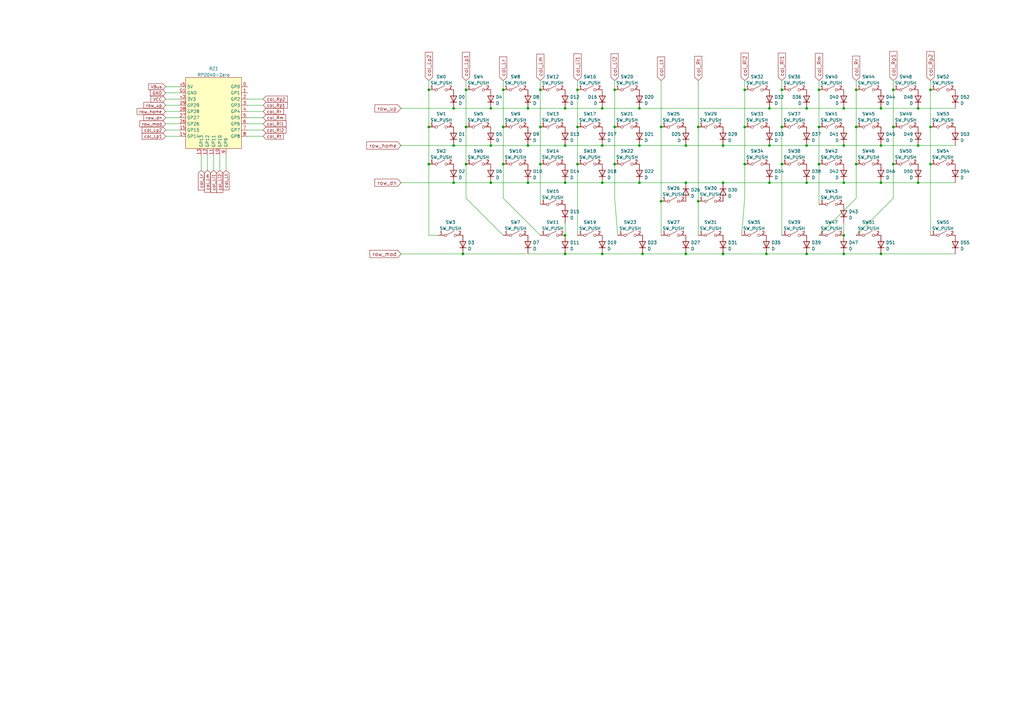
<source format=kicad_sch>
(kicad_sch (version 20211123) (generator eeschema)
  (paper "A3")
  (title_block (title "BumWings_002") (date "2022-11-16") (rev "v0.5") (company "tubby.twins a.k.a. mschnoor"))
  (lib_symbols
    (symbol "BumWings_SymLibrary:Key_Switch" (pin_names (offset 0) hide)
      (property "Reference" "K" (at 0 3.175 0))
      (symbol "Key_Switch_0_0"
        (circle (center -2.032 0) (radius 0.508))
        (polyline (pts (xy -1.524 0.254) (xy 1.524 1.778)))
        (circle (center 2.032 0) (radius 0.508))
      )
      (symbol "Key_Switch_1_1"
        (pin passive line (at -5.08 0 0) (length 2.54) (name "A") (number "1"))
        (pin passive line (at 5.08 0 180) (length 2.54) (name "B") (number "2"))
      )
    )
    (symbol "BumWings_SymLibrary:RP2040-Zero"
      (property "Reference" "RZ" (at 1.27 2.54 0))
      (property "Value" "RP2040-Zero" (at 2.54 12.7 0))
      (symbol "RP2040-Zero_0_1"
        (rectangle (start -10.16 13.97) (end 12.7 -15.24) (fill (type background)))
      )
      (symbol "RP2040-Zero_1_1"
        (pin bidirectional line (at 15.24 10.16 180) (length 2.54) (name "GP0") (number "0"))
        (pin bidirectional line (at 15.24 7.62 180) (length 2.54) (name "GP1") (number "1"))
        (pin bidirectional line (at 3.81 -17.78 90) (length 2.54) (name "GP10") (number "10"))
        (pin bidirectional line (at 1.27 -17.78 90) (length 2.54) (name "GP11") (number "11"))
        (pin bidirectional line (at -1.27 -17.78 90) (length 2.54) (name "GP12") (number "12"))
        (pin bidirectional line (at -3.81 -17.78 90) (length 2.54) (name "GP13") (number "13"))
        (pin bidirectional line (at -12.7 -10.16 0) (length 2.54) (name "GP14") (number "14"))
        (pin bidirectional line (at -12.7 -7.62 0) (length 2.54) (name "GP15") (number "15"))
        (pin bidirectional line (at 15.24 5.08 180) (length 2.54) (name "GP2") (number "2"))
        (pin bidirectional line (at -12.7 -5.08 0) (length 2.54) (name "GP26") (number "26"))
        (pin bidirectional line (at -12.7 -2.54 0) (length 2.54) (name "GP27") (number "27"))
        (pin bidirectional line (at -12.7 0 0) (length 2.54) (name "GP28") (number "28"))
        (pin bidirectional line (at -12.7 2.54 0) (length 2.54) (name "GP29") (number "29"))
        (pin bidirectional line (at 15.24 2.54 180) (length 2.54) (name "GP3") (number "3"))
        (pin bidirectional line (at 15.24 0 180) (length 2.54) (name "GP4") (number "4"))
        (pin bidirectional line (at 15.24 -2.54 180) (length 2.54) (name "GP5") (number "5"))
        (pin bidirectional line (at 15.24 -5.08 180) (length 2.54) (name "GP6") (number "6"))
        (pin bidirectional line (at 15.24 -7.62 180) (length 2.54) (name "GP7") (number "7"))
        (pin bidirectional line (at 15.24 -10.16 180) (length 2.54) (name "GP8") (number "8"))
        (pin bidirectional line (at 6.35 -17.78 90) (length 2.54) (name "GP9") (number "9"))
        (pin power_in line (at -12.7 7.62 0) (length 2.54) (name "GND") (number "G1"))
        (pin power_in line (at -12.7 5.08 0) (length 2.54) (name "3V3") (number "v3"))
        (pin power_in line (at -12.7 10.16 0) (length 2.54) (name "5V") (number "v5"))
      )
    )
    (symbol "Device:D" (pin_numbers hide) (pin_names (offset 1.016) hide)
      (property "Reference" "D" (at 0 2.54 0))
      (property "Value" "D" (at 0 -2.54 0))
      (symbol "D_0_1"
        (polyline (pts (xy -1.27 1.27) (xy -1.27 -1.27)) (stroke (width 0.254)))
        (polyline (pts (xy 1.27 0) (xy -1.27 0)))
        (polyline (pts (xy 1.27 1.27) (xy 1.27 -1.27) (xy -1.27 0) (xy 1.27 1.27)) (stroke (width 0.254)))
      )
      (symbol "D_1_1"
        (pin passive line (at -3.81 0 0) (length 2.54) (name "K") (number "1"))
        (pin passive line (at 3.81 0 180) (length 2.54) (name "A") (number "2"))
      )
    )
  )
  (junction (at 206.375 52.07))
  (junction (at 351.155 36.83))
  (junction (at 361.315 59.69))
  (junction (at 346.075 74.93))
  (junction (at 216.535 44.45))
  (junction (at 346.075 59.69))
  (junction (at 247.015 59.69))
  (junction (at 376.555 59.69))
  (junction (at 381.635 36.83))
  (junction (at 206.375 67.31))
  (junction (at 186.055 74.93))
  (junction (at 366.395 67.31))
  (junction (at 330.835 104.14))
  (junction (at 351.155 52.07))
  (junction (at 191.135 36.83))
  (junction (at 231.775 59.69))
  (junction (at 262.255 59.69))
  (junction (at 330.835 74.93))
  (junction (at 236.855 52.07))
  (junction (at 252.095 67.31))
  (junction (at 305.435 52.07))
  (junction (at 305.435 36.83))
  (junction (at 366.395 52.07))
  (junction (at 175.895 67.31))
  (junction (at 247.015 44.45))
  (junction (at 216.535 74.93))
  (junction (at 351.155 67.31))
  (junction (at 346.075 104.14))
  (junction (at 236.855 36.83))
  (junction (at 376.555 44.45))
  (junction (at 186.055 44.45))
  (junction (at 335.915 67.31))
  (junction (at 320.675 52.07))
  (junction (at 381.635 67.31))
  (junction (at 314.325 104.14))
  (junction (at 335.915 52.07))
  (junction (at 231.775 44.45))
  (junction (at 189.865 104.14))
  (junction (at 216.535 59.69))
  (junction (at 263.525 104.14))
  (junction (at 247.015 74.93))
  (junction (at 231.775 74.93))
  (junction (at 361.315 104.14))
  (junction (at 236.855 67.31))
  (junction (at 305.435 67.31))
  (junction (at 231.775 96.52))
  (junction (at 381.635 52.07))
  (junction (at 201.295 74.93))
  (junction (at 296.545 74.93))
  (junction (at 315.595 44.45))
  (junction (at 206.375 36.83))
  (junction (at 296.545 59.69))
  (junction (at 315.595 59.69))
  (junction (at 361.315 74.93))
  (junction (at 252.095 36.83))
  (junction (at 271.145 82.55))
  (junction (at 271.145 52.07))
  (junction (at 330.835 59.69))
  (junction (at 175.895 36.83))
  (junction (at 286.385 52.07))
  (junction (at 221.615 52.07))
  (junction (at 286.385 82.55))
  (junction (at 346.075 44.45))
  (junction (at 320.675 67.31))
  (junction (at 262.255 44.45))
  (junction (at 201.295 59.69))
  (junction (at 221.615 36.83))
  (junction (at 186.055 59.69))
  (junction (at 346.075 96.52))
  (junction (at 281.305 74.93))
  (junction (at 247.015 104.14))
  (junction (at 281.305 59.69))
  (junction (at 262.255 74.93))
  (junction (at 252.095 52.07))
  (junction (at 231.775 104.14))
  (junction (at 335.915 36.83))
  (junction (at 361.315 44.45))
  (junction (at 315.595 74.93))
  (junction (at 191.135 52.07))
  (junction (at 281.305 104.14))
  (junction (at 376.555 74.93))
  (junction (at 366.395 36.83))
  (junction (at 296.545 104.14))
  (junction (at 221.615 67.31))
  (junction (at 330.835 44.45))
  (junction (at 175.895 52.07))
  (junction (at 201.295 44.45))
  (junction (at 320.675 36.83))
  (junction (at 191.135 67.31))
  (wire (pts (xy 320.675 67.31) (xy 320.675 96.52)))
  (wire (pts (xy 271.145 96.52) (xy 271.145 82.55)))
  (wire (pts (xy 191.135 67.31) (xy 191.135 81.28)))
  (wire (pts (xy 262.255 74.93) (xy 281.305 74.93)))
  (wire (pts (xy 320.675 33.02) (xy 320.675 36.83)))
  (wire (pts (xy 67.945 45.72) (xy 73.66 45.72)))
  (wire (pts (xy 262.255 59.69) (xy 281.305 59.69)))
  (wire (pts (xy 216.535 104.14) (xy 231.775 104.14)))
  (wire (pts (xy 361.315 74.93) (xy 376.555 74.93)))
  (wire (pts (xy 320.675 52.07) (xy 320.675 67.31)))
  (wire (pts (xy 252.095 67.31) (xy 252.095 81.28)))
  (wire (pts (xy 271.145 52.07) (xy 271.145 82.55)))
  (wire (pts (xy 305.435 36.83) (xy 305.435 52.07)))
  (wire (pts (xy 206.375 67.31) (xy 206.375 81.28)))
  (wire (pts (xy 361.315 59.69) (xy 376.555 59.69)))
  (wire (pts (xy 175.895 36.83) (xy 175.895 52.07)))
  (wire (pts (xy 221.615 36.83) (xy 221.615 52.07)))
  (wire (pts (xy 175.895 52.07) (xy 175.895 67.31)))
  (wire (pts (xy 335.915 96.52) (xy 351.155 81.28)))
  (wire (pts (xy 315.595 74.93) (xy 330.835 74.93)))
  (wire (pts (xy 216.535 59.69) (xy 231.775 59.69)))
  (wire (pts (xy 305.435 67.31) (xy 305.435 81.28)))
  (wire (pts (xy 361.315 44.45) (xy 376.555 44.45)))
  (wire (pts (xy 315.595 44.45) (xy 330.835 44.45)))
  (wire (pts (xy 376.555 44.45) (xy 391.795 44.45)))
  (wire (pts (xy 252.095 36.83) (xy 252.095 52.07)))
  (wire (pts (xy 216.535 74.93) (xy 231.775 74.93)))
  (wire (pts (xy 286.385 33.02) (xy 286.385 52.07)))
  (wire (pts (xy 164.465 59.69) (xy 186.055 59.69)))
  (wire (pts (xy 221.615 67.31) (xy 221.615 83.82)))
  (wire (pts (xy 231.775 104.14) (xy 247.015 104.14)))
  (wire (pts (xy 175.895 33.02) (xy 175.895 36.83)))
  (wire (pts (xy 85.09 69.85) (xy 85.09 63.5)))
  (wire (pts (xy 107.95 50.8) (xy 101.6 50.8)))
  (wire (pts (xy 351.155 67.31) (xy 351.155 81.28)))
  (wire (pts (xy 186.055 74.93) (xy 201.295 74.93)))
  (wire (pts (xy 67.945 55.88) (xy 73.66 55.88)))
  (wire (pts (xy 67.945 50.8) (xy 73.66 50.8)))
  (wire (pts (xy 263.525 104.14) (xy 281.305 104.14)))
  (wire (pts (xy 381.635 33.02) (xy 381.635 36.83)))
  (wire (pts (xy 186.055 44.45) (xy 201.295 44.45)))
  (wire (pts (xy 346.075 59.69) (xy 361.315 59.69)))
  (wire (pts (xy 252.095 33.02) (xy 252.095 36.83)))
  (wire (pts (xy 346.075 91.44) (xy 346.075 96.52)))
  (wire (pts (xy 381.635 52.07) (xy 381.635 67.31)))
  (wire (pts (xy 67.945 43.18) (xy 73.66 43.18)))
  (wire (pts (xy 231.775 44.45) (xy 247.015 44.45)))
  (wire (pts (xy 296.545 104.14) (xy 314.325 104.14)))
  (wire (pts (xy 296.545 74.93) (xy 315.595 74.93)))
  (wire (pts (xy 314.325 104.14) (xy 330.835 104.14)))
  (wire (pts (xy 107.95 43.18) (xy 101.6 43.18)))
  (wire (pts (xy 286.385 96.52) (xy 286.385 82.55)))
  (wire (pts (xy 107.95 40.64) (xy 101.6 40.64)))
  (wire (pts (xy 236.855 67.31) (xy 236.855 96.52)))
  (wire (pts (xy 90.17 69.85) (xy 90.17 63.5)))
  (wire (pts (xy 281.305 74.93) (xy 296.545 74.93)))
  (wire (pts (xy 247.015 104.14) (xy 263.525 104.14)))
  (wire (pts (xy 191.135 36.83) (xy 191.135 52.07)))
  (wire (pts (xy 216.535 44.45) (xy 231.775 44.45)))
  (wire (pts (xy 315.595 59.69) (xy 330.835 59.69)))
  (wire (pts (xy 67.945 35.56) (xy 73.66 35.56)))
  (wire (pts (xy 346.075 44.45) (xy 361.315 44.45)))
  (wire (pts (xy 335.915 36.83) (xy 335.915 52.07)))
  (wire (pts (xy 221.615 52.07) (xy 221.615 67.31)))
  (wire (pts (xy 236.855 33.02) (xy 236.855 36.83)))
  (wire (pts (xy 164.465 44.45) (xy 186.055 44.45)))
  (wire (pts (xy 247.015 44.45) (xy 262.255 44.45)))
  (wire (pts (xy 366.395 52.07) (xy 366.395 67.31)))
  (wire (pts (xy 67.945 53.34) (xy 73.66 53.34)))
  (wire (pts (xy 231.775 91.44) (xy 231.775 96.52)))
  (wire (pts (xy 286.385 52.07) (xy 286.385 82.55)))
  (wire (pts (xy 346.075 74.93) (xy 361.315 74.93)))
  (wire (pts (xy 351.155 96.52) (xy 366.395 81.28)))
  (wire (pts (xy 87.63 69.85) (xy 87.63 63.5)))
  (wire (pts (xy 281.305 59.69) (xy 296.545 59.69)))
  (wire (pts (xy 236.855 36.83) (xy 236.855 52.07)))
  (wire (pts (xy 247.015 59.69) (xy 262.255 59.69)))
  (wire (pts (xy 351.155 33.02) (xy 351.155 36.83)))
  (wire (pts (xy 92.71 69.85) (xy 92.71 63.5)))
  (wire (pts (xy 346.075 104.14) (xy 361.315 104.14)))
  (wire (pts (xy 305.435 81.28) (xy 304.165 96.52)))
  (wire (pts (xy 67.945 38.1) (xy 73.66 38.1)))
  (wire (pts (xy 376.555 59.69) (xy 391.795 59.69)))
  (wire (pts (xy 201.295 59.69) (xy 216.535 59.69)))
  (wire (pts (xy 231.775 74.93) (xy 247.015 74.93)))
  (wire (pts (xy 82.55 69.85) (xy 82.55 63.5)))
  (wire (pts (xy 201.295 44.45) (xy 216.535 44.45)))
  (wire (pts (xy 107.95 48.26) (xy 101.6 48.26)))
  (wire (pts (xy 221.615 33.02) (xy 221.615 36.83)))
  (wire (pts (xy 281.305 104.14) (xy 296.545 104.14)))
  (wire (pts (xy 252.095 52.07) (xy 252.095 67.31)))
  (wire (pts (xy 366.395 33.02) (xy 366.395 36.83)))
  (wire (pts (xy 271.145 33.02) (xy 271.145 52.07)))
  (wire (pts (xy 164.465 74.93) (xy 186.055 74.93)))
  (wire (pts (xy 206.375 33.02) (xy 206.375 36.83)))
  (wire (pts (xy 330.835 44.45) (xy 346.075 44.45)))
  (wire (pts (xy 206.375 81.28) (xy 221.615 96.52)))
  (wire (pts (xy 351.155 52.07) (xy 351.155 67.31)))
  (wire (pts (xy 335.915 52.07) (xy 335.915 67.31)))
  (wire (pts (xy 191.135 33.02) (xy 191.135 36.83)))
  (wire (pts (xy 381.635 67.31) (xy 381.635 96.52)))
  (wire (pts (xy 186.055 59.69) (xy 201.295 59.69)))
  (wire (pts (xy 107.95 55.88) (xy 101.6 55.88)))
  (wire (pts (xy 107.95 45.72) (xy 101.6 45.72)))
  (wire (pts (xy 236.855 52.07) (xy 236.855 67.31)))
  (wire (pts (xy 330.835 59.69) (xy 346.075 59.69)))
  (wire (pts (xy 175.895 96.52) (xy 179.705 96.52)))
  (wire (pts (xy 201.295 74.93) (xy 216.535 74.93)))
  (wire (pts (xy 366.395 67.31) (xy 366.395 81.28)))
  (wire (pts (xy 67.945 48.26) (xy 73.66 48.26)))
  (wire (pts (xy 262.255 44.45) (xy 315.595 44.45)))
  (wire (pts (xy 330.835 104.14) (xy 346.075 104.14)))
  (wire (pts (xy 376.555 74.93) (xy 391.795 74.93)))
  (wire (pts (xy 381.635 36.83) (xy 381.635 52.07)))
  (wire (pts (xy 206.375 52.07) (xy 206.375 67.31)))
  (wire (pts (xy 252.095 81.28) (xy 253.365 96.52)))
  (wire (pts (xy 231.775 59.69) (xy 247.015 59.69)))
  (wire (pts (xy 191.135 52.07) (xy 191.135 67.31)))
  (wire (pts (xy 330.835 74.93) (xy 346.075 74.93)))
  (wire (pts (xy 107.95 53.34) (xy 101.6 53.34)))
  (wire (pts (xy 164.465 104.14) (xy 189.865 104.14)))
  (wire (pts (xy 351.155 36.83) (xy 351.155 52.07)))
  (wire (pts (xy 366.395 36.83) (xy 366.395 52.07)))
  (wire (pts (xy 247.015 74.93) (xy 262.255 74.93)))
  (wire (pts (xy 335.915 67.31) (xy 335.915 83.82)))
  (wire (pts (xy 305.435 33.02) (xy 305.435 36.83)))
  (wire (pts (xy 305.435 52.07) (xy 305.435 67.31)))
  (wire (pts (xy 189.865 104.14) (xy 215.9 104.14)))
  (wire (pts (xy 335.915 33.02) (xy 335.915 36.83)))
  (wire (pts (xy 296.545 59.69) (xy 315.595 59.69)))
  (wire (pts (xy 320.675 36.83) (xy 320.675 52.07)))
  (wire (pts (xy 206.375 36.83) (xy 206.375 52.07)))
  (wire (pts (xy 175.895 67.31) (xy 175.895 96.52)))
  (wire (pts (xy 191.135 81.28) (xy 206.375 96.52)))
  (wire (pts (xy 67.945 40.64) (xy 73.66 40.64)))
  (wire (pts (xy 361.315 104.14) (xy 391.795 104.14)))
  (global_label "col_Li1" (shape input) (at 236.855 33.02 90) (effects (font (size 1.524 1.524))) (property "Intersheet References" "${INTERSHEET_REFS}" (effects hide)))
  (global_label "col_Lm" (shape input) (at 221.615 33.02 90) (effects (font (size 1.524 1.524))) (property "Intersheet References" "${INTERSHEET_REFS}" (effects hide)))
  (global_label "col_Rt" (shape input) (at 107.95 55.88 0) (property "Intersheet References" "${INTERSHEET_REFS}" (effects hide)))
  (global_label "row_dn" (shape input) (at 164.465 74.93 180) (effects (font (size 1.524 1.524))) (property "Intersheet References" "${INTERSHEET_REFS}" (effects hide)))
  (global_label "col_Rr" (shape input) (at 351.155 33.02 90) (effects (font (size 1.524 1.524))) (property "Intersheet References" "${INTERSHEET_REFS}" (effects hide)))
  (global_label "row_dn" (shape input) (at 67.945 48.26 180) (property "Intersheet References" "${INTERSHEET_REFS}" (effects hide)))
  (global_label "col_Rp1" (shape input) (at 107.95 43.18 0) (property "Intersheet References" "${INTERSHEET_REFS}" (effects hide)))
  (global_label "col_Li1" (shape input) (at 87.63 69.85 270) (property "Intersheet References" "${INTERSHEET_REFS}" (effects hide)))
  (global_label "row_mod" (shape input) (at 67.945 50.8 180) (property "Intersheet References" "${INTERSHEET_REFS}" (effects hide)))
  (global_label "col_Lp1" (shape input) (at 191.135 33.02 90) (effects (font (size 1.524 1.524))) (property "Intersheet References" "${INTERSHEET_REFS}" (effects hide)))
  (global_label "VBus" (shape input) (at 67.945 35.56 180) (property "Intersheet References" "${INTERSHEET_REFS}" (effects hide)))
  (global_label "col_Rp2" (shape input) (at 107.95 40.64 0) (property "Intersheet References" "${INTERSHEET_REFS}" (effects hide)))
  (global_label "col_Lp2" (shape input) (at 175.895 33.02 90) (effects (font (size 1.524 1.524))) (property "Intersheet References" "${INTERSHEET_REFS}" (effects hide)))
  (global_label "row_up" (shape input) (at 67.945 43.18 180) (property "Intersheet References" "${INTERSHEET_REFS}" (effects hide)))
  (global_label "col_Lt" (shape input) (at 271.145 33.02 90) (effects (font (size 1.524 1.524))) (property "Intersheet References" "${INTERSHEET_REFS}" (effects hide)))
  (global_label "col_Rp2" (shape input) (at 381.635 33.02 90) (effects (font (size 1.524 1.524))) (property "Intersheet References" "${INTERSHEET_REFS}" (effects hide)))
  (global_label "col_Lp1" (shape input) (at 67.945 55.88 180) (property "Intersheet References" "${INTERSHEET_REFS}" (effects hide)))
  (global_label "VCC" (shape input) (at 67.945 40.64 180) (property "Intersheet References" "${INTERSHEET_REFS}" (effects hide)))
  (global_label "col_Lr" (shape input) (at 206.375 33.02 90) (effects (font (size 1.524 1.524))) (property "Intersheet References" "${INTERSHEET_REFS}" (effects hide)))
  (global_label "col_Lm" (shape input) (at 85.09 69.85 270) (property "Intersheet References" "${INTERSHEET_REFS}" (effects hide)))
  (global_label "col_Ri2" (shape input) (at 305.435 33.02 90) (effects (font (size 1.524 1.524))) (property "Intersheet References" "${INTERSHEET_REFS}" (effects hide)))
  (global_label "col_Lp2" (shape input) (at 67.945 53.34 180) (property "Intersheet References" "${INTERSHEET_REFS}" (effects hide)))
  (global_label "col_Ri2" (shape input) (at 107.95 53.34 0) (property "Intersheet References" "${INTERSHEET_REFS}" (effects hide)))
  (global_label "row_home" (shape input) (at 164.465 59.69 180) (effects (font (size 1.524 1.524))) (property "Intersheet References" "${INTERSHEET_REFS}" (effects hide)))
  (global_label "col_Ri1" (shape input) (at 107.95 50.8 0) (property "Intersheet References" "${INTERSHEET_REFS}" (effects hide)))
  (global_label "row_home" (shape input) (at 67.945 45.72 180) (property "Intersheet References" "${INTERSHEET_REFS}" (effects hide)))
  (global_label "col_Rp1" (shape input) (at 366.395 33.02 90) (effects (font (size 1.524 1.524))) (property "Intersheet References" "${INTERSHEET_REFS}" (effects hide)))
  (global_label "row_mod" (shape input) (at 164.465 104.14 180) (effects (font (size 1.524 1.524))) (property "Intersheet References" "${INTERSHEET_REFS}" (effects hide)))
  (global_label "col_Rr" (shape input) (at 107.95 45.72 0) (property "Intersheet References" "${INTERSHEET_REFS}" (effects hide)))
  (global_label "col_Ri1" (shape input) (at 320.675 33.02 90) (effects (font (size 1.524 1.524))) (property "Intersheet References" "${INTERSHEET_REFS}" (effects hide)))
  (global_label "row_up" (shape input) (at 164.465 44.45 180) (effects (font (size 1.524 1.524))) (property "Intersheet References" "${INTERSHEET_REFS}" (effects hide)))
  (global_label "col_Rm" (shape input) (at 107.95 48.26 0) (property "Intersheet References" "${INTERSHEET_REFS}" (effects hide)))
  (global_label "col_Lr" (shape input) (at 82.55 69.85 270) (property "Intersheet References" "${INTERSHEET_REFS}" (effects hide)))
  (global_label "col_Li2" (shape input) (at 252.095 33.02 90) (effects (font (size 1.524 1.524))) (property "Intersheet References" "${INTERSHEET_REFS}" (effects hide)))
  (global_label "GND" (shape input) (at 67.945 38.1 180) (property "Intersheet References" "${INTERSHEET_REFS}" (effects hide)))
  (global_label "col_Li2" (shape input) (at 90.17 69.85 270) (property "Intersheet References" "${INTERSHEET_REFS}" (effects hide)))
  (global_label "col_Rt" (shape input) (at 286.385 33.02 90) (effects (font (size 1.524 1.524))) (property "Intersheet References" "${INTERSHEET_REFS}" (effects hide)))
  (global_label "col_Lt" (shape input) (at 92.71 69.85 270) (property "Intersheet References" "${INTERSHEET_REFS}" (effects hide)))
  (global_label "col_Rm" (shape input) (at 335.915 33.02 90) (effects (font (size 1.524 1.524))) (property "Intersheet References" "${INTERSHEET_REFS}" (effects hide)))
  (symbol (lib_id "Device:D") (at 186.055 40.64 90) (unit 1)
    (property "Reference" "D0" (at 188.087 39.8053 90) (effects (justify right)))
    (property "Value" "D" (at 188.087 42.3422 90) (effects (justify right)))
    (property "Footprint" "BumWings_Library:Diode_D_SOD-123" (effects hide))
  )
  (symbol (lib_id "BumWings_SymLibrary:Key_Switch") (at 184.785 96.52 0) (unit 1)
    (property "Reference" "SW3" (at 184.785 91.1692 0))
    (property "Value" "SW_PUSH" (at 184.785 93.7061 0))
    (property "Footprint" "BumWings_Library:Kailh_PG1350_1.5u_hotswap" (effects hide))
  )
  (symbol (lib_id "Device:D") (at 330.835 55.88 90) (unit 1)
    (property "Reference" "D37" (at 332.867 55.0453 90) (effects (justify right)))
    (property "Value" "D" (at 332.867 57.5822 90) (effects (justify right)))
    (property "Footprint" "BumWings_Library:Diode_D_SOD-123" (effects hide))
  )
  (symbol (lib_id "Device:D") (at 247.015 71.12 90) (unit 1)
    (property "Reference" "D18" (at 249.047 70.2853 90) (effects (justify right)))
    (property "Value" "D" (at 249.047 72.8222 90) (effects (justify right)))
    (property "Footprint" "BumWings_Library:Diode_D_SOD-123" (effects hide))
  )
  (symbol (lib_id "Device:D") (at 201.295 55.88 90) (unit 1)
    (property "Reference" "D5" (at 203.327 55.0453 90) (effects (justify right)))
    (property "Value" "D" (at 203.327 57.5822 90) (effects (justify right)))
    (property "Footprint" "BumWings_Library:Diode_D_SOD-123" (effects hide))
  )
  (symbol (lib_id "BumWings_SymLibrary:Key_Switch") (at 226.695 83.82 0) (unit 1)
    (property "Reference" "SW15" (at 226.695 78.4692 0))
    (property "Value" "SW_PUSH" (at 226.695 81.0061 0))
    (property "Footprint" "BumWings_Library:Kailh_PG1350_1u_hotswap" (effects hide))
  )
  (symbol (lib_id "BumWings_SymLibrary:Key_Switch") (at 241.935 96.52 0) (unit 1)
    (property "Reference" "SW19" (at 241.935 91.1692 0))
    (property "Value" "SW_PUSH" (at 241.935 93.7061 0))
    (property "Footprint" "BumWings_Library:Kailh_PG1350_1u_hotswap" (effects hide))
  )
  (symbol (lib_id "Device:D") (at 281.305 100.33 90) (unit 1)
    (property "Reference" "D27" (at 283.337 99.4953 90) (effects (justify right)))
    (property "Value" "D" (at 283.337 102.0322 90) (effects (justify right)))
    (property "Footprint" "BumWings_Library:Diode_D_SOD-123" (effects hide))
  )
  (symbol (lib_id "Device:D") (at 361.315 40.64 90) (unit 1)
    (property "Reference" "D44" (at 363.347 39.8053 90) (effects (justify right)))
    (property "Value" "D" (at 363.347 42.3422 90) (effects (justify right)))
    (property "Footprint" "BumWings_Library:Diode_D_SOD-123" (effects hide))
  )
  (symbol (lib_id "Device:D") (at 391.795 100.33 90) (unit 1)
    (property "Reference" "D55" (at 393.827 99.4953 90) (effects (justify right)))
    (property "Value" "D" (at 393.827 102.0322 90) (effects (justify right)))
    (property "Footprint" "BumWings_Library:Diode_D_SOD-123" (effects hide))
  )
  (symbol (lib_id "Device:D") (at 315.595 71.12 90) (unit 1)
    (property "Reference" "D34" (at 317.627 70.2853 90) (effects (justify right)))
    (property "Value" "D" (at 317.627 72.8222 90) (effects (justify right)))
    (property "Footprint" "BumWings_Library:Diode_D_SOD-123" (effects hide))
  )
  (symbol (lib_id "BumWings_SymLibrary:Key_Switch") (at 291.465 96.52 0) (unit 1)
    (property "Reference" "SW31" (at 291.465 91.1692 0))
    (property "Value" "SW_PUSH" (at 291.465 93.7061 0))
    (property "Footprint" "BumWings_Library:Kailh_PG1350_1.5u_hotswap" (effects hide))
  )
  (symbol (lib_id "Device:D") (at 262.255 55.88 90) (unit 1)
    (property "Reference" "D21" (at 264.287 55.0453 90) (effects (justify right)))
    (property "Value" "D" (at 264.287 57.5822 90) (effects (justify right)))
    (property "Footprint" "BumWings_Library:Diode_D_SOD-123" (effects hide))
  )
  (symbol (lib_id "Device:D") (at 263.525 100.33 90) (unit 1)
    (property "Reference" "D23" (at 265.557 99.4953 90) (effects (justify right)))
    (property "Value" "D" (at 265.557 102.0322 90) (effects (justify right)))
    (property "Footprint" "BumWings_Library:Diode_D_SOD-123" (effects hide))
  )
  (symbol (lib_id "Device:D") (at 296.545 78.74 270) (unit 1)
    (property "Reference" "D30" (at 298.577 77.9053 90) (effects (justify left)))
    (property "Value" "D" (at 298.577 80.4422 90) (effects (justify left)))
    (property "Footprint" "BumWings_Library:Diode_D_SOD-123" (effects hide))
  )
  (symbol (lib_id "BumWings_SymLibrary:Key_Switch") (at 180.975 36.83 0) (unit 1)
    (property "Reference" "SW0" (at 180.975 31.4792 0))
    (property "Value" "SW_PUSH" (at 180.975 34.0161 0))
    (property "Footprint" "BumWings_Library:Kailh_PG1350_1u_hotswap" (effects hide))
  )
  (symbol (lib_id "BumWings_SymLibrary:Key_Switch") (at 309.245 96.52 0) (unit 1)
    (property "Reference" "SW35" (at 309.245 91.1692 0))
    (property "Value" "SW_PUSH" (at 309.245 93.7061 0))
    (property "Footprint" "BumWings_Library:Kailh_PG1350_2u_stab_hotswap" (effects hide))
  )
  (symbol (lib_id "Device:D") (at 201.295 40.64 90) (unit 1)
    (property "Reference" "D4" (at 203.327 39.8053 90) (effects (justify right)))
    (property "Value" "D" (at 203.327 42.3422 90) (effects (justify right)))
    (property "Footprint" "BumWings_Library:Diode_D_SOD-123" (effects hide))
  )
  (symbol (lib_id "Device:D") (at 346.075 87.63 90) (unit 1)
    (property "Reference" "D43" (at 348.107 86.7953 90) (effects (justify right)))
    (property "Value" "D" (at 348.107 89.3322 90) (effects (justify right)))
    (property "Footprint" "BumWings_Library:Diode_D_SOD-123" (effects hide))
  )
  (symbol (lib_id "Device:D") (at 391.795 71.12 90) (unit 1)
    (property "Reference" "D54" (at 393.827 70.2853 90) (effects (justify right)))
    (property "Value" "D" (at 393.827 72.8222 90) (effects (justify right)))
    (property "Footprint" "BumWings_Library:Diode_D_SOD-123" (effects hide))
  )
  (symbol (lib_id "BumWings_SymLibrary:Key_Switch") (at 340.995 52.07 0) (unit 1)
    (property "Reference" "SW41" (at 340.995 46.7192 0))
    (property "Value" "SW_PUSH" (at 340.995 49.2561 0))
    (property "Footprint" "BumWings_Library:Kailh_PG1350_1u_hotswap" (effects hide))
  )
  (symbol (lib_id "Device:D") (at 262.255 40.64 90) (unit 1)
    (property "Reference" "D20" (at 264.287 39.8053 90) (effects (justify right)))
    (property "Value" "D" (at 264.287 42.3422 90) (effects (justify right)))
    (property "Footprint" "BumWings_Library:Diode_D_SOD-123" (effects hide))
  )
  (symbol (lib_id "BumWings_SymLibrary:Key_Switch") (at 371.475 67.31 0) (unit 1)
    (property "Reference" "SW50" (at 371.475 61.9592 0))
    (property "Value" "SW_PUSH" (at 371.475 64.4961 0))
    (property "Footprint" "BumWings_Library:Kailh_PG1350_1u_hotswap" (effects hide))
  )
  (symbol (lib_id "Device:D") (at 231.775 55.88 90) (unit 1)
    (property "Reference" "D13" (at 233.807 55.0453 90) (effects (justify right)))
    (property "Value" "D" (at 233.807 57.5822 90) (effects (justify right)))
    (property "Footprint" "BumWings_Library:Diode_D_SOD-123" (effects hide))
  )
  (symbol (lib_id "BumWings_SymLibrary:Key_Switch") (at 325.755 36.83 0) (unit 1)
    (property "Reference" "SW36" (at 325.755 31.4792 0))
    (property "Value" "SW_PUSH" (at 325.755 34.0161 0))
    (property "Footprint" "BumWings_Library:Kailh_PG1350_1u_hotswap" (effects hide))
  )
  (symbol (lib_id "Device:D") (at 361.315 100.33 90) (unit 1)
    (property "Reference" "D51" (at 363.347 99.4953 90) (effects (justify right)))
    (property "Value" "D" (at 363.347 102.0322 90) (effects (justify right)))
    (property "Footprint" "BumWings_Library:Diode_D_SOD-123" (effects hide))
  )
  (symbol (lib_id "BumWings_SymLibrary:Key_Switch") (at 386.715 52.07 0) (unit 1)
    (property "Reference" "SW53" (at 386.715 46.7192 0))
    (property "Value" "SW_PUSH" (at 386.715 49.2561 0))
    (property "Footprint" "BumWings_Library:Kailh_PG1350_1u_hotswap" (effects hide))
  )
  (symbol (lib_id "BumWings_SymLibrary:Key_Switch") (at 258.445 96.52 0) (unit 1)
    (property "Reference" "SW23" (at 258.445 91.1692 0))
    (property "Value" "SW_PUSH" (at 258.445 93.7061 0))
    (property "Footprint" "BumWings_Library:Kailh_PG1350_2u_stab_hotswap" (effects hide))
  )
  (symbol (lib_id "Device:D") (at 216.535 40.64 90) (unit 1)
    (property "Reference" "D8" (at 218.567 39.8053 90) (effects (justify right)))
    (property "Value" "D" (at 218.567 42.3422 90) (effects (justify right)))
    (property "Footprint" "BumWings_Library:Diode_D_SOD-123" (effects hide))
  )
  (symbol (lib_id "Device:D") (at 330.835 40.64 90) (unit 1)
    (property "Reference" "D36" (at 328.803 39.8053 90) (effects (justify left)))
    (property "Value" "D" (at 328.803 42.3422 90) (effects (justify left)))
    (property "Footprint" "BumWings_Library:Diode_D_SOD-123" (effects hide))
  )
  (symbol (lib_id "BumWings_SymLibrary:Key_Switch") (at 386.715 67.31 0) (unit 1)
    (property "Reference" "SW54" (at 386.715 61.9592 0))
    (property "Value" "SW_PUSH" (at 386.715 64.4961 0))
    (property "Footprint" "BumWings_Library:Kailh_PG1350_1u_hotswap" (effects hide))
  )
  (symbol (lib_id "Device:D") (at 247.015 55.88 90) (unit 1)
    (property "Reference" "D17" (at 249.047 55.0453 90) (effects (justify right)))
    (property "Value" "D" (at 249.047 57.5822 90) (effects (justify right)))
    (property "Footprint" "BumWings_Library:Diode_D_SOD-123" (effects hide))
  )
  (symbol (lib_id "BumWings_SymLibrary:Key_Switch") (at 371.475 36.83 0) (unit 1)
    (property "Reference" "SW48" (at 371.475 31.4792 0))
    (property "Value" "SW_PUSH" (at 371.475 34.0161 0))
    (property "Footprint" "BumWings_Library:Kailh_PG1350_1u_hotswap" (effects hide))
  )
  (symbol (lib_id "BumWings_SymLibrary:Key_Switch") (at 325.755 52.07 0) (unit 1)
    (property "Reference" "SW37" (at 325.755 46.7192 0))
    (property "Value" "SW_PUSH" (at 325.755 49.2561 0))
    (property "Footprint" "BumWings_Library:Kailh_PG1350_1u_hotswap" (effects hide))
  )
  (symbol (lib_id "Device:D") (at 281.305 78.74 270) (unit 1)
    (property "Reference" "D26" (at 283.337 77.9053 90) (effects (justify left)))
    (property "Value" "D" (at 283.337 80.4422 90) (effects (justify left)))
    (property "Footprint" "BumWings_Library:Diode_D_SOD-123" (effects hide))
  )
  (symbol (lib_id "Device:D") (at 346.075 100.33 90) (unit 1)
    (property "Reference" "D47" (at 348.107 99.4953 90) (effects (justify right)))
    (property "Value" "D" (at 348.107 102.0322 90) (effects (justify right)))
    (property "Footprint" "BumWings_Library:Diode_D_SOD-123" (effects hide))
  )
  (symbol (lib_id "BumWings_SymLibrary:Key_Switch") (at 371.475 52.07 0) (unit 1)
    (property "Reference" "SW49" (at 371.475 46.7192 0))
    (property "Value" "SW_PUSH" (at 371.475 49.2561 0))
    (property "Footprint" "BumWings_Library:Kailh_PG1350_1u_hotswap" (effects hide))
  )
  (symbol (lib_id "Device:D") (at 231.775 40.64 90) (unit 1)
    (property "Reference" "D12" (at 233.807 39.8053 90) (effects (justify right)))
    (property "Value" "D" (at 233.807 42.3422 90) (effects (justify right)))
    (property "Footprint" "BumWings_Library:Diode_D_SOD-123" (effects hide))
  )
  (symbol (lib_id "BumWings_SymLibrary:Key_Switch") (at 257.175 36.83 0) (unit 1)
    (property "Reference" "SW20" (at 257.175 31.4792 0))
    (property "Value" "SW_PUSH" (at 257.175 34.0161 0))
    (property "Footprint" "BumWings_Library:Kailh_PG1350_1u_hotswap" (effects hide))
  )
  (symbol (lib_id "BumWings_SymLibrary:Key_Switch") (at 180.975 52.07 0) (unit 1)
    (property "Reference" "SW1" (at 180.975 46.7192 0))
    (property "Value" "SW_PUSH" (at 180.975 49.2561 0))
    (property "Footprint" "BumWings_Library:Kailh_PG1350_1u_hotswap" (effects hide))
  )
  (symbol (lib_id "Device:D") (at 391.795 40.64 90) (unit 1)
    (property "Reference" "D52" (at 393.827 39.8053 90) (effects (justify right)))
    (property "Value" "D" (at 393.827 42.3422 90) (effects (justify right)))
    (property "Footprint" "BumWings_Library:Diode_D_SOD-123" (effects hide))
  )
  (symbol (lib_id "BumWings_SymLibrary:Key_Switch") (at 241.935 36.83 0) (unit 1)
    (property "Reference" "SW16" (at 241.935 31.4792 0))
    (property "Value" "SW_PUSH" (at 241.935 34.0161 0))
    (property "Footprint" "BumWings_Library:Kailh_PG1350_1u_hotswap" (effects hide))
  )
  (symbol (lib_id "BumWings_SymLibrary:Key_Switch") (at 386.715 96.52 0) (unit 1)
    (property "Reference" "SW55" (at 386.715 91.1692 0))
    (property "Value" "SW_PUSH" (at 386.715 93.7061 0))
    (property "Footprint" "BumWings_Library:Kailh_PG1350_1.5u_hotswap" (effects hide))
  )
  (symbol (lib_id "BumWings_SymLibrary:Key_Switch") (at 276.225 96.52 0) (unit 1)
    (property "Reference" "SW27" (at 276.225 91.1692 0))
    (property "Value" "SW_PUSH" (at 276.225 93.7061 0))
    (property "Footprint" "BumWings_Library:Kailh_PG1350_1.5u_hotswap" (effects hide))
  )
  (symbol (lib_id "BumWings_SymLibrary:Key_Switch") (at 211.455 52.07 0) (unit 1)
    (property "Reference" "SW9" (at 211.455 46.7192 0))
    (property "Value" "SW_PUSH" (at 211.455 49.2561 0))
    (property "Footprint" "BumWings_Library:Kailh_PG1350_1u_hotswap" (effects hide))
  )
  (symbol (lib_id "BumWings_SymLibrary:Key_Switch") (at 340.995 83.82 0) (unit 1)
    (property "Reference" "SW43" (at 340.995 78.4692 0))
    (property "Value" "SW_PUSH" (at 340.995 81.0061 0))
    (property "Footprint" "BumWings_Library:Kailh_PG1350_1u_hotswap" (effects hide))
  )
  (symbol (lib_id "BumWings_SymLibrary:Key_Switch") (at 241.935 52.07 0) (unit 1)
    (property "Reference" "SW17" (at 241.935 46.7192 0))
    (property "Value" "SW_PUSH" (at 241.935 49.2561 0))
    (property "Footprint" "BumWings_Library:Kailh_PG1350_1u_hotswap" (effects hide))
  )
  (symbol (lib_id "BumWings_SymLibrary:Key_Switch") (at 226.695 96.52 0) (unit 1)
    (property "Reference" "SW11" (at 226.695 91.1692 0))
    (property "Value" "SW_PUSH" (at 226.695 93.7061 0))
    (property "Footprint" "BumWings_Library:Kailh_PG1350_1u_hotswap" (effects hide))
  )
  (symbol (lib_id "Device:D") (at 231.775 87.63 90) (unit 1)
    (property "Reference" "D15" (at 233.807 86.7953 90) (effects (justify right)))
    (property "Value" "D" (at 233.807 89.3322 90) (effects (justify right)))
    (property "Footprint" "BumWings_Library:Diode_D_SOD-123" (effects hide))
  )
  (symbol (lib_id "Device:D") (at 376.555 55.88 90) (unit 1)
    (property "Reference" "D49" (at 374.523 55.0453 90) (effects (justify left)))
    (property "Value" "D" (at 374.523 57.5822 90) (effects (justify left)))
    (property "Footprint" "BumWings_Library:Diode_D_SOD-123" (effects hide))
  )
  (symbol (lib_id "BumWings_SymLibrary:Key_Switch") (at 180.975 67.31 0) (unit 1)
    (property "Reference" "SW2" (at 180.975 61.9592 0))
    (property "Value" "SW_PUSH" (at 180.975 64.4961 0))
    (property "Footprint" "BumWings_Library:Kailh_PG1350_1u_hotswap" (effects hide))
  )
  (symbol (lib_id "BumWings_SymLibrary:Key_Switch") (at 211.455 36.83 0) (unit 1)
    (property "Reference" "SW8" (at 211.455 31.4792 0))
    (property "Value" "SW_PUSH" (at 211.455 34.0161 0))
    (property "Footprint" "BumWings_Library:Kailh_PG1350_1u_hotswap" (effects hide))
  )
  (symbol (lib_id "BumWings_SymLibrary:Key_Switch") (at 276.225 52.07 0) (unit 1)
    (property "Reference" "SW25" (at 276.225 46.7192 0))
    (property "Value" "SW_PUSH" (at 276.225 49.2561 0))
    (property "Footprint" "BumWings_Library:Kailh_PG1350_1.5u_hotswap" (effects hide))
  )
  (symbol (lib_id "BumWings_SymLibrary:Key_Switch") (at 310.515 67.31 0) (unit 1)
    (property "Reference" "SW34" (at 310.515 61.9592 0))
    (property "Value" "SW_PUSH" (at 310.515 64.4961 0))
    (property "Footprint" "BumWings_Library:Kailh_PG1350_1u_hotswap" (effects hide))
  )
  (symbol (lib_id "BumWings_SymLibrary:Key_Switch") (at 276.225 82.55 0) (unit 1)
    (property "Reference" "SW26" (at 276.225 77.1992 0))
    (property "Value" "SW_PUSH" (at 276.225 79.7361 0))
    (property "Footprint" "BumWings_Library:Kailh_PG1350_1u_hotswap" (effects hide))
  )
  (symbol (lib_id "Device:D") (at 189.865 100.33 90) (unit 1)
    (property "Reference" "D3" (at 191.897 99.4953 90) (effects (justify right)))
    (property "Value" "D" (at 191.897 102.0322 90) (effects (justify right)))
    (property "Footprint" "BumWings_Library:Diode_D_SOD-123" (effects hide))
  )
  (symbol (lib_id "Device:D") (at 201.295 71.12 90) (unit 1)
    (property "Reference" "D6" (at 203.327 70.2853 90) (effects (justify right)))
    (property "Value" "D" (at 203.327 72.8222 90) (effects (justify right)))
    (property "Footprint" "BumWings_Library:Diode_D_SOD-123" (effects hide))
  )
  (symbol (lib_id "BumWings_SymLibrary:Key_Switch") (at 257.175 52.07 0) (unit 1)
    (property "Reference" "SW21" (at 257.175 46.7192 0))
    (property "Value" "SW_PUSH" (at 257.175 49.2561 0))
    (property "Footprint" "BumWings_Library:Kailh_PG1350_1u_hotswap" (effects hide))
  )
  (symbol (lib_id "Device:D") (at 361.315 55.88 90) (unit 1)
    (property "Reference" "D45" (at 363.347 55.0453 90) (effects (justify right)))
    (property "Value" "D" (at 363.347 57.5822 90) (effects (justify right)))
    (property "Footprint" "BumWings_Library:Diode_D_SOD-123" (effects hide))
  )
  (symbol (lib_id "BumWings_SymLibrary:Key_Switch") (at 340.995 67.31 0) (unit 1)
    (property "Reference" "SW42" (at 340.995 61.9592 0))
    (property "Value" "SW_PUSH" (at 340.995 64.4961 0))
    (property "Footprint" "BumWings_Library:Kailh_PG1350_1u_hotswap" (effects hide))
  )
  (symbol (lib_id "Device:D") (at 330.835 71.12 90) (unit 1)
    (property "Reference" "D38" (at 332.867 70.2853 90) (effects (justify right)))
    (property "Value" "D" (at 332.867 72.8222 90) (effects (justify right)))
    (property "Footprint" "BumWings_Library:Diode_D_SOD-123" (effects hide))
  )
  (symbol (lib_id "BumWings_SymLibrary:Key_Switch") (at 340.995 96.52 0) (unit 1)
    (property "Reference" "SW47" (at 340.995 91.1692 0))
    (property "Value" "SW_PUSH" (at 340.995 93.7061 0))
    (property "Footprint" "BumWings_Library:Kailh_PG1350_1u_hotswap" (effects hide))
  )
  (symbol (lib_id "Device:D") (at 231.775 100.33 90) (unit 1)
    (property "Reference" "D11" (at 233.807 99.4953 90) (effects (justify right)))
    (property "Value" "D" (at 233.807 102.0322 90) (effects (justify right)))
    (property "Footprint" "BumWings_Library:Diode_D_SOD-123" (effects hide))
  )
  (symbol (lib_id "Device:D") (at 216.535 100.33 90) (unit 1)
    (property "Reference" "D7" (at 218.567 99.4953 90) (effects (justify right)))
    (property "Value" "D" (at 218.567 102.0322 90) (effects (justify right)))
    (property "Footprint" "BumWings_Library:Diode_D_SOD-123" (effects hide))
  )
  (symbol (lib_id "BumWings_SymLibrary:Key_Switch") (at 325.755 67.31 0) (unit 1)
    (property "Reference" "SW38" (at 325.755 61.9592 0))
    (property "Value" "SW_PUSH" (at 325.755 64.4961 0))
    (property "Footprint" "BumWings_Library:Kailh_PG1350_1u_hotswap" (effects hide))
  )
  (symbol (lib_id "Device:D") (at 315.595 40.64 90) (unit 1)
    (property "Reference" "D32" (at 317.627 39.8053 90) (effects (justify right)))
    (property "Value" "D" (at 317.627 42.3422 90) (effects (justify right)))
    (property "Footprint" "BumWings_Library:Diode_D_SOD-123" (effects hide))
  )
  (symbol (lib_id "Device:D") (at 296.545 55.88 90) (unit 1)
    (property "Reference" "D29" (at 298.577 55.0453 90) (effects (justify right)))
    (property "Value" "D" (at 298.577 57.5822 90) (effects (justify right)))
    (property "Footprint" "BumWings_Library:Diode_D_SOD-123" (effects hide))
  )
  (symbol (lib_id "Device:D") (at 376.555 40.64 90) (unit 1)
    (property "Reference" "D48" (at 374.523 39.8053 90) (effects (justify left)))
    (property "Value" "D" (at 374.523 42.3422 90) (effects (justify left)))
    (property "Footprint" "BumWings_Library:Diode_D_SOD-123" (effects hide))
  )
  (symbol (lib_id "BumWings_SymLibrary:Key_Switch") (at 226.695 36.83 0) (unit 1)
    (property "Reference" "SW12" (at 226.695 31.4792 0))
    (property "Value" "SW_PUSH" (at 226.695 34.0161 0))
    (property "Footprint" "BumWings_Library:Kailh_PG1350_1u_hotswap" (effects hide))
  )
  (symbol (lib_id "BumWings_SymLibrary:Key_Switch") (at 340.995 36.83 0) (unit 1)
    (property "Reference" "SW40" (at 340.995 31.4792 0))
    (property "Value" "SW_PUSH" (at 340.995 34.0161 0))
    (property "Footprint" "BumWings_Library:Kailh_PG1350_1u_hotswap" (effects hide))
  )
  (symbol (lib_id "BumWings_SymLibrary:Key_Switch") (at 291.465 52.07 0) (unit 1)
    (property "Reference" "SW29" (at 291.465 46.7192 0))
    (property "Value" "SW_PUSH" (at 291.465 49.2561 0))
    (property "Footprint" "BumWings_Library:Kailh_PG1350_1.5u_hotswap" (effects hide))
  )
  (symbol (lib_id "Device:D") (at 262.255 71.12 90) (unit 1)
    (property "Reference" "D22" (at 264.287 70.2853 90) (effects (justify right)))
    (property "Value" "D" (at 264.287 72.8222 90) (effects (justify right)))
    (property "Footprint" "BumWings_Library:Diode_D_SOD-123" (effects hide))
  )
  (symbol (lib_id "BumWings_SymLibrary:Key_Switch") (at 356.235 96.52 0) (unit 1)
    (property "Reference" "SW51" (at 356.235 91.1692 0))
    (property "Value" "SW_PUSH" (at 356.235 93.7061 0))
    (property "Footprint" "BumWings_Library:Kailh_PG1350_1u_hotswap" (effects hide))
  )
  (symbol (lib_id "Device:D") (at 247.015 100.33 90) (unit 1)
    (property "Reference" "D19" (at 249.047 99.4953 90) (effects (justify right)))
    (property "Value" "D" (at 249.047 102.0322 90) (effects (justify right)))
    (property "Footprint" "BumWings_Library:Diode_D_SOD-123" (effects hide))
  )
  (symbol (lib_id "Device:D") (at 346.075 40.64 90) (unit 1)
    (property "Reference" "D40" (at 344.043 39.8053 90) (effects (justify left)))
    (property "Value" "D" (at 344.043 42.3422 90) (effects (justify left)))
    (property "Footprint" "BumWings_Library:Diode_D_SOD-123" (effects hide))
  )
  (symbol (lib_id "BumWings_SymLibrary:Key_Switch") (at 325.755 96.52 0) (unit 1)
    (property "Reference" "SW39" (at 325.755 91.1692 0))
    (property "Value" "SW_PUSH" (at 325.755 93.7061 0))
    (property "Footprint" "BumWings_Library:Kailh_PG1350_1u_hotswap" (effects hide))
  )
  (symbol (lib_id "BumWings_SymLibrary:Key_Switch") (at 257.175 67.31 0) (unit 1)
    (property "Reference" "SW22" (at 257.175 61.9592 0))
    (property "Value" "SW_PUSH" (at 257.175 64.4961 0))
    (property "Footprint" "BumWings_Library:Kailh_PG1350_1u_hotswap" (effects hide))
  )
  (symbol (lib_id "Device:D") (at 216.535 71.12 90) (unit 1)
    (property "Reference" "D10" (at 218.567 70.2853 90) (effects (justify right)))
    (property "Value" "D" (at 218.567 72.8222 90) (effects (justify right)))
    (property "Footprint" "BumWings_Library:Diode_D_SOD-123" (effects hide))
  )
  (symbol (lib_id "Device:D") (at 186.055 55.88 90) (unit 1)
    (property "Reference" "D1" (at 188.087 55.0453 90) (effects (justify right)))
    (property "Value" "D" (at 188.087 57.5822 90) (effects (justify right)))
    (property "Footprint" "BumWings_Library:Diode_D_SOD-123" (effects hide))
  )
  (symbol (lib_id "BumWings_SymLibrary:Key_Switch") (at 310.515 36.83 0) (unit 1)
    (property "Reference" "SW32" (at 310.515 31.4792 0))
    (property "Value" "SW_PUSH" (at 310.515 34.0161 0))
    (property "Footprint" "BumWings_Library:Kailh_PG1350_1u_hotswap" (effects hide))
  )
  (symbol (lib_id "Device:D") (at 231.775 71.12 90) (unit 1)
    (property "Reference" "D14" (at 233.807 70.2853 90) (effects (justify right)))
    (property "Value" "D" (at 233.807 72.8222 90) (effects (justify right)))
    (property "Footprint" "BumWings_Library:Diode_D_SOD-123" (effects hide))
  )
  (symbol (lib_id "BumWings_SymLibrary:Key_Switch") (at 196.215 36.83 0) (unit 1)
    (property "Reference" "SW4" (at 196.215 31.4792 0))
    (property "Value" "SW_PUSH" (at 196.215 34.0161 0))
    (property "Footprint" "BumWings_Library:Kailh_PG1350_1u_hotswap" (effects hide))
  )
  (symbol (lib_id "Device:D") (at 330.835 100.33 90) (unit 1)
    (property "Reference" "D39" (at 332.867 99.4953 90) (effects (justify right)))
    (property "Value" "D" (at 332.867 102.0322 90) (effects (justify right)))
    (property "Footprint" "BumWings_Library:Diode_D_SOD-123" (effects hide))
  )
  (symbol (lib_id "BumWings_SymLibrary:Key_Switch") (at 291.465 82.55 0) (unit 1)
    (property "Reference" "SW30" (at 291.465 77.1992 0))
    (property "Value" "SW_PUSH" (at 291.465 79.7361 0))
    (property "Footprint" "BumWings_Library:Kailh_PG1350_1u_hotswap" (effects hide))
  )
  (symbol (lib_id "Device:D") (at 361.315 71.12 90) (unit 1)
    (property "Reference" "D46" (at 363.347 70.2853 90) (effects (justify right)))
    (property "Value" "D" (at 363.347 72.8222 90) (effects (justify right)))
    (property "Footprint" "BumWings_Library:Diode_D_SOD-123" (effects hide))
  )
  (symbol (lib_id "Device:D") (at 391.795 55.88 90) (unit 1)
    (property "Reference" "D53" (at 393.827 55.0453 90) (effects (justify right)))
    (property "Value" "D" (at 393.827 57.5822 90) (effects (justify right)))
    (property "Footprint" "BumWings_Library:Diode_D_SOD-123" (effects hide))
  )
  (symbol (lib_id "BumWings_SymLibrary:Key_Switch") (at 196.215 67.31 0) (unit 1)
    (property "Reference" "SW6" (at 196.215 61.9592 0))
    (property "Value" "SW_PUSH" (at 196.215 64.4961 0))
    (property "Footprint" "BumWings_Library:Kailh_PG1350_1u_hotswap" (effects hide))
  )
  (symbol (lib_id "BumWings_SymLibrary:Key_Switch") (at 241.935 67.31 0) (unit 1)
    (property "Reference" "SW18" (at 241.935 61.9592 0))
    (property "Value" "SW_PUSH" (at 241.935 64.4961 0))
    (property "Footprint" "BumWings_Library:Kailh_PG1350_1u_hotswap" (effects hide))
  )
  (symbol (lib_id "BumWings_SymLibrary:Key_Switch") (at 356.235 67.31 0) (unit 1)
    (property "Reference" "SW46" (at 356.235 61.9592 0))
    (property "Value" "SW_PUSH" (at 356.235 64.4961 0))
    (property "Footprint" "BumWings_Library:Kailh_PG1350_1u_hotswap" (effects hide))
  )
  (symbol (lib_id "BumWings_SymLibrary:Key_Switch") (at 211.455 96.52 0) (unit 1)
    (property "Reference" "SW7" (at 211.455 91.1692 0))
    (property "Value" "SW_PUSH" (at 211.455 93.7061 0))
    (property "Footprint" "BumWings_Library:Kailh_PG1350_1u_hotswap" (effects hide))
  )
  (symbol (lib_id "Device:D") (at 281.305 55.88 90) (unit 1)
    (property "Reference" "D25" (at 279.273 55.0453 90) (effects (justify left)))
    (property "Value" "D" (at 279.273 57.5822 90) (effects (justify left)))
    (property "Footprint" "BumWings_Library:Diode_D_SOD-123" (effects hide))
  )
  (symbol (lib_id "BumWings_SymLibrary:Key_Switch") (at 386.715 36.83 0) (unit 1)
    (property "Reference" "SW52" (at 386.715 31.4792 0))
    (property "Value" "SW_PUSH" (at 386.715 34.0161 0))
    (property "Footprint" "BumWings_Library:Kailh_PG1350_1u_hotswap" (effects hide))
  )
  (symbol (lib_id "Device:D") (at 346.075 71.12 90) (unit 1)
    (property "Reference" "D42" (at 344.043 70.2853 90) (effects (justify left)))
    (property "Value" "D" (at 344.043 72.8222 90) (effects (justify left)))
    (property "Footprint" "BumWings_Library:Diode_D_SOD-123" (effects hide))
  )
  (symbol (lib_id "BumWings_SymLibrary:Key_Switch") (at 356.235 36.83 0) (unit 1)
    (property "Reference" "SW44" (at 356.235 31.4792 0))
    (property "Value" "SW_PUSH" (at 356.235 34.0161 0))
    (property "Footprint" "BumWings_Library:Kailh_PG1350_1u_hotswap" (effects hide))
  )
  (symbol (lib_id "Device:D") (at 315.595 55.88 90) (unit 1)
    (property "Reference" "D33" (at 317.627 55.0453 90) (effects (justify right)))
    (property "Value" "D" (at 317.627 57.5822 90) (effects (justify right)))
    (property "Footprint" "BumWings_Library:Diode_D_SOD-123" (effects hide))
  )
  (symbol (lib_id "BumWings_SymLibrary:RP2040-Zero") (at 86.36 45.72 0) (unit 1)
    (property "Reference" "RZ1" (at 87.63 28.1772 0))
    (property "Value" "RP2040-Zero" (at 87.63 30.7141 0))
  )
  (symbol (lib_id "BumWings_SymLibrary:Key_Switch") (at 226.695 67.31 0) (unit 1)
    (property "Reference" "SW14" (at 226.695 61.9592 0))
    (property "Value" "SW_PUSH" (at 226.695 64.4961 0))
    (property "Footprint" "BumWings_Library:Kailh_PG1350_1u_hotswap" (effects hide))
  )
  (symbol (lib_id "BumWings_SymLibrary:Key_Switch") (at 196.215 52.07 0) (unit 1)
    (property "Reference" "SW5" (at 196.215 46.7192 0))
    (property "Value" "SW_PUSH" (at 196.215 49.2561 0))
    (property "Footprint" "BumWings_Library:Kailh_PG1350_1u_hotswap" (effects hide))
  )
  (symbol (lib_id "Device:D") (at 216.535 55.88 90) (unit 1)
    (property "Reference" "D9" (at 218.567 55.0453 90) (effects (justify right)))
    (property "Value" "D" (at 218.567 57.5822 90) (effects (justify right)))
    (property "Footprint" "BumWings_Library:Diode_D_SOD-123" (effects hide))
  )
  (symbol (lib_id "BumWings_SymLibrary:Key_Switch") (at 226.695 52.07 0) (unit 1)
    (property "Reference" "SW13" (at 226.695 46.7192 0))
    (property "Value" "SW_PUSH" (at 226.695 49.2561 0))
    (property "Footprint" "BumWings_Library:Kailh_PG1350_1u_hotswap" (effects hide))
  )
  (symbol (lib_id "Device:D") (at 247.015 40.64 90) (unit 1)
    (property "Reference" "D16" (at 244.983 39.8053 90) (effects (justify left)))
    (property "Value" "D" (at 244.983 42.3422 90) (effects (justify left)))
    (property "Footprint" "BumWings_Library:Diode_D_SOD-123" (effects hide))
  )
  (symbol (lib_id "Device:D") (at 346.075 55.88 90) (unit 1)
    (property "Reference" "D41" (at 344.043 55.0453 90) (effects (justify left)))
    (property "Value" "D" (at 344.043 57.5822 90) (effects (justify left)))
    (property "Footprint" "BumWings_Library:Diode_D_SOD-123" (effects hide))
  )
  (symbol (lib_id "BumWings_SymLibrary:Key_Switch") (at 356.235 52.07 0) (unit 1)
    (property "Reference" "SW45" (at 356.235 46.7192 0))
    (property "Value" "SW_PUSH" (at 356.235 49.2561 0))
    (property "Footprint" "BumWings_Library:Kailh_PG1350_1u_hotswap" (effects hide))
  )
  (symbol (lib_id "Device:D") (at 314.325 100.33 90) (unit 1)
    (property "Reference" "D35" (at 316.357 99.4953 90) (effects (justify right)))
    (property "Value" "D" (at 316.357 102.0322 90) (effects (justify right)))
    (property "Footprint" "BumWings_Library:Diode_D_SOD-123" (effects hide))
  )
  (symbol (lib_id "BumWings_SymLibrary:Key_Switch") (at 310.515 52.07 0) (unit 1)
    (property "Reference" "SW33" (at 310.515 46.7192 0))
    (property "Value" "SW_PUSH" (at 310.515 49.2561 0))
    (property "Footprint" "BumWings_Library:Kailh_PG1350_1u_hotswap" (effects hide))
  )
  (symbol (lib_id "Device:D") (at 296.545 100.33 90) (unit 1)
    (property "Reference" "D31" (at 298.577 99.4953 90) (effects (justify right)))
    (property "Value" "D" (at 298.577 102.0322 90) (effects (justify right)))
    (property "Footprint" "BumWings_Library:Diode_D_SOD-123" (effects hide))
  )
  (symbol (lib_id "Device:D") (at 376.555 71.12 90) (unit 1)
    (property "Reference" "D50" (at 374.523 70.2853 90) (effects (justify left)))
    (property "Value" "D" (at 374.523 72.8222 90) (effects (justify left)))
    (property "Footprint" "BumWings_Library:Diode_D_SOD-123" (effects hide))
  )
  (symbol (lib_id "BumWings_SymLibrary:Key_Switch") (at 211.455 67.31 0) (unit 1)
    (property "Reference" "SW10" (at 211.455 61.9592 0))
    (property "Value" "SW_PUSH" (at 211.455 64.4961 0))
    (property "Footprint" "BumWings_Library:Kailh_PG1350_1u_hotswap" (effects hide))
  )
  (symbol (lib_id "Device:D") (at 186.055 71.12 90) (unit 1)
    (property "Reference" "D2" (at 188.087 70.2853 90) (effects (justify right)))
    (property "Value" "D" (at 188.087 72.8222 90) (effects (justify right)))
    (property "Footprint" "BumWings_Library:Diode_D_SOD-123" (effects hide))
  )
)
</source>
